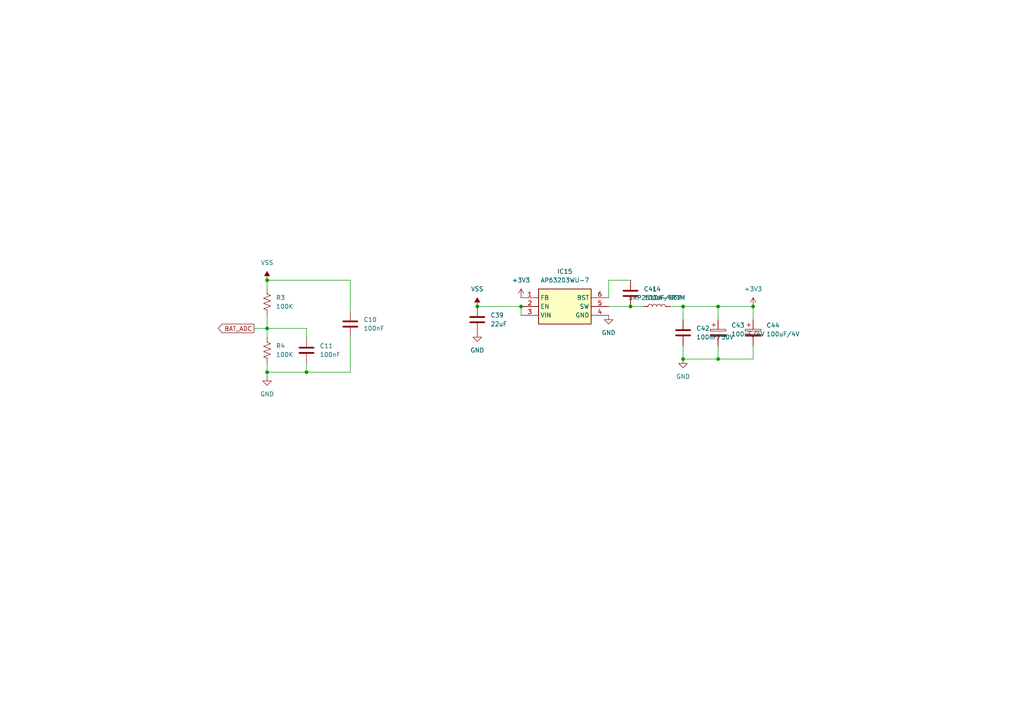
<source format=kicad_sch>
(kicad_sch
	(version 20231120)
	(generator "eeschema")
	(generator_version "8.0")
	(uuid "40f0ad0d-7214-4c8e-bf1b-a1fc8ab18cbe")
	(paper "A4")
	(lib_symbols
		(symbol "AP63203WU-7_1"
			(exclude_from_sim no)
			(in_bom yes)
			(on_board yes)
			(property "Reference" "IC"
				(at 21.59 7.62 0)
				(effects
					(font
						(size 1.27 1.27)
					)
					(justify left top)
				)
			)
			(property "Value" "AP63203WU-7"
				(at 21.59 5.08 0)
				(effects
					(font
						(size 1.27 1.27)
					)
					(justify left top)
				)
			)
			(property "Footprint" "AP63203WU7"
				(at 21.59 -94.92 0)
				(effects
					(font
						(size 1.27 1.27)
					)
					(justify left top)
					(hide yes)
				)
			)
			(property "Datasheet" "https://www.diodes.com/assets/Datasheets/AP63200-AP63201-AP63203-AP63205.pdf"
				(at 21.59 -194.92 0)
				(effects
					(font
						(size 1.27 1.27)
					)
					(justify left top)
					(hide yes)
				)
			)
			(property "Description" "Switching Voltage Regulators DCDC Conv HV Buck TSOT26 T&R 3K"
				(at 0 0 0)
				(effects
					(font
						(size 1.27 1.27)
					)
					(hide yes)
				)
			)
			(property "Height" "1"
				(at 21.59 -394.92 0)
				(effects
					(font
						(size 1.27 1.27)
					)
					(justify left top)
					(hide yes)
				)
			)
			(property "Manufacturer_Name" "Diodes Incorporated"
				(at 21.59 -494.92 0)
				(effects
					(font
						(size 1.27 1.27)
					)
					(justify left top)
					(hide yes)
				)
			)
			(property "Manufacturer_Part_Number" "AP63203WU-7"
				(at 21.59 -594.92 0)
				(effects
					(font
						(size 1.27 1.27)
					)
					(justify left top)
					(hide yes)
				)
			)
			(property "Mouser Part Number" "621-AP63203WU-7"
				(at 21.59 -694.92 0)
				(effects
					(font
						(size 1.27 1.27)
					)
					(justify left top)
					(hide yes)
				)
			)
			(property "Mouser Price/Stock" "https://www.mouser.co.uk/ProductDetail/Diodes-Incorporated/AP63203WU-7?qs=u16ybLDytRZ1JqxbuLkMJw%3D%3D"
				(at 21.59 -794.92 0)
				(effects
					(font
						(size 1.27 1.27)
					)
					(justify left top)
					(hide yes)
				)
			)
			(property "Arrow Part Number" "AP63203WU-7"
				(at 21.59 -894.92 0)
				(effects
					(font
						(size 1.27 1.27)
					)
					(justify left top)
					(hide yes)
				)
			)
			(property "Arrow Price/Stock" "https://www.arrow.com/en/products/ap63203wu-7/diodes-incorporated?region=europe"
				(at 21.59 -994.92 0)
				(effects
					(font
						(size 1.27 1.27)
					)
					(justify left top)
					(hide yes)
				)
			)
			(symbol "AP63203WU-7_1_1_1"
				(rectangle
					(start 5.08 2.54)
					(end 20.32 -7.62)
					(stroke
						(width 0.254)
						(type default)
					)
					(fill
						(type background)
					)
				)
				(pin passive line
					(at 0 0 0)
					(length 5.08)
					(name "FB"
						(effects
							(font
								(size 1.27 1.27)
							)
						)
					)
					(number "1"
						(effects
							(font
								(size 1.27 1.27)
							)
						)
					)
				)
				(pin passive line
					(at 0 -2.54 0)
					(length 5.08)
					(name "EN"
						(effects
							(font
								(size 1.27 1.27)
							)
						)
					)
					(number "2"
						(effects
							(font
								(size 1.27 1.27)
							)
						)
					)
				)
				(pin passive line
					(at 0 -5.08 0)
					(length 5.08)
					(name "VIN"
						(effects
							(font
								(size 1.27 1.27)
							)
						)
					)
					(number "3"
						(effects
							(font
								(size 1.27 1.27)
							)
						)
					)
				)
				(pin passive line
					(at 25.4 -5.08 180)
					(length 5.08)
					(name "GND"
						(effects
							(font
								(size 1.27 1.27)
							)
						)
					)
					(number "4"
						(effects
							(font
								(size 1.27 1.27)
							)
						)
					)
				)
				(pin passive line
					(at 25.4 -2.54 180)
					(length 5.08)
					(name "SW"
						(effects
							(font
								(size 1.27 1.27)
							)
						)
					)
					(number "5"
						(effects
							(font
								(size 1.27 1.27)
							)
						)
					)
				)
				(pin passive line
					(at 25.4 0 180)
					(length 5.08)
					(name "BST"
						(effects
							(font
								(size 1.27 1.27)
							)
						)
					)
					(number "6"
						(effects
							(font
								(size 1.27 1.27)
							)
						)
					)
				)
			)
		)
		(symbol "Device:C"
			(pin_numbers hide)
			(pin_names
				(offset 0.254)
			)
			(exclude_from_sim no)
			(in_bom yes)
			(on_board yes)
			(property "Reference" "C"
				(at 0.635 2.54 0)
				(effects
					(font
						(size 1.27 1.27)
					)
					(justify left)
				)
			)
			(property "Value" "C"
				(at 0.635 -2.54 0)
				(effects
					(font
						(size 1.27 1.27)
					)
					(justify left)
				)
			)
			(property "Footprint" ""
				(at 0.9652 -3.81 0)
				(effects
					(font
						(size 1.27 1.27)
					)
					(hide yes)
				)
			)
			(property "Datasheet" "~"
				(at 0 0 0)
				(effects
					(font
						(size 1.27 1.27)
					)
					(hide yes)
				)
			)
			(property "Description" "Unpolarized capacitor"
				(at 0 0 0)
				(effects
					(font
						(size 1.27 1.27)
					)
					(hide yes)
				)
			)
			(property "ki_keywords" "cap capacitor"
				(at 0 0 0)
				(effects
					(font
						(size 1.27 1.27)
					)
					(hide yes)
				)
			)
			(property "ki_fp_filters" "C_*"
				(at 0 0 0)
				(effects
					(font
						(size 1.27 1.27)
					)
					(hide yes)
				)
			)
			(symbol "C_0_1"
				(polyline
					(pts
						(xy -2.032 -0.762) (xy 2.032 -0.762)
					)
					(stroke
						(width 0.508)
						(type default)
					)
					(fill
						(type none)
					)
				)
				(polyline
					(pts
						(xy -2.032 0.762) (xy 2.032 0.762)
					)
					(stroke
						(width 0.508)
						(type default)
					)
					(fill
						(type none)
					)
				)
			)
			(symbol "C_1_1"
				(pin passive line
					(at 0 3.81 270)
					(length 2.794)
					(name "~"
						(effects
							(font
								(size 1.27 1.27)
							)
						)
					)
					(number "1"
						(effects
							(font
								(size 1.27 1.27)
							)
						)
					)
				)
				(pin passive line
					(at 0 -3.81 90)
					(length 2.794)
					(name "~"
						(effects
							(font
								(size 1.27 1.27)
							)
						)
					)
					(number "2"
						(effects
							(font
								(size 1.27 1.27)
							)
						)
					)
				)
			)
		)
		(symbol "Device:C_Polarized"
			(pin_numbers hide)
			(pin_names
				(offset 0.254)
			)
			(exclude_from_sim no)
			(in_bom yes)
			(on_board yes)
			(property "Reference" "C"
				(at 0.635 2.54 0)
				(effects
					(font
						(size 1.27 1.27)
					)
					(justify left)
				)
			)
			(property "Value" "C_Polarized"
				(at 0.635 -2.54 0)
				(effects
					(font
						(size 1.27 1.27)
					)
					(justify left)
				)
			)
			(property "Footprint" ""
				(at 0.9652 -3.81 0)
				(effects
					(font
						(size 1.27 1.27)
					)
					(hide yes)
				)
			)
			(property "Datasheet" "~"
				(at 0 0 0)
				(effects
					(font
						(size 1.27 1.27)
					)
					(hide yes)
				)
			)
			(property "Description" "Polarized capacitor"
				(at 0 0 0)
				(effects
					(font
						(size 1.27 1.27)
					)
					(hide yes)
				)
			)
			(property "ki_keywords" "cap capacitor"
				(at 0 0 0)
				(effects
					(font
						(size 1.27 1.27)
					)
					(hide yes)
				)
			)
			(property "ki_fp_filters" "CP_*"
				(at 0 0 0)
				(effects
					(font
						(size 1.27 1.27)
					)
					(hide yes)
				)
			)
			(symbol "C_Polarized_0_1"
				(rectangle
					(start -2.286 0.508)
					(end 2.286 1.016)
					(stroke
						(width 0)
						(type default)
					)
					(fill
						(type none)
					)
				)
				(polyline
					(pts
						(xy -1.778 2.286) (xy -0.762 2.286)
					)
					(stroke
						(width 0)
						(type default)
					)
					(fill
						(type none)
					)
				)
				(polyline
					(pts
						(xy -1.27 2.794) (xy -1.27 1.778)
					)
					(stroke
						(width 0)
						(type default)
					)
					(fill
						(type none)
					)
				)
				(rectangle
					(start 2.286 -0.508)
					(end -2.286 -1.016)
					(stroke
						(width 0)
						(type default)
					)
					(fill
						(type outline)
					)
				)
			)
			(symbol "C_Polarized_1_1"
				(pin passive line
					(at 0 3.81 270)
					(length 2.794)
					(name "~"
						(effects
							(font
								(size 1.27 1.27)
							)
						)
					)
					(number "1"
						(effects
							(font
								(size 1.27 1.27)
							)
						)
					)
				)
				(pin passive line
					(at 0 -3.81 90)
					(length 2.794)
					(name "~"
						(effects
							(font
								(size 1.27 1.27)
							)
						)
					)
					(number "2"
						(effects
							(font
								(size 1.27 1.27)
							)
						)
					)
				)
			)
		)
		(symbol "Device:L"
			(pin_numbers hide)
			(pin_names
				(offset 1.016) hide)
			(exclude_from_sim no)
			(in_bom yes)
			(on_board yes)
			(property "Reference" "L"
				(at -1.27 0 90)
				(effects
					(font
						(size 1.27 1.27)
					)
				)
			)
			(property "Value" "L"
				(at 1.905 0 90)
				(effects
					(font
						(size 1.27 1.27)
					)
				)
			)
			(property "Footprint" ""
				(at 0 0 0)
				(effects
					(font
						(size 1.27 1.27)
					)
					(hide yes)
				)
			)
			(property "Datasheet" "~"
				(at 0 0 0)
				(effects
					(font
						(size 1.27 1.27)
					)
					(hide yes)
				)
			)
			(property "Description" "Inductor"
				(at 0 0 0)
				(effects
					(font
						(size 1.27 1.27)
					)
					(hide yes)
				)
			)
			(property "ki_keywords" "inductor choke coil reactor magnetic"
				(at 0 0 0)
				(effects
					(font
						(size 1.27 1.27)
					)
					(hide yes)
				)
			)
			(property "ki_fp_filters" "Choke_* *Coil* Inductor_* L_*"
				(at 0 0 0)
				(effects
					(font
						(size 1.27 1.27)
					)
					(hide yes)
				)
			)
			(symbol "L_0_1"
				(arc
					(start 0 -2.54)
					(mid 0.6323 -1.905)
					(end 0 -1.27)
					(stroke
						(width 0)
						(type default)
					)
					(fill
						(type none)
					)
				)
				(arc
					(start 0 -1.27)
					(mid 0.6323 -0.635)
					(end 0 0)
					(stroke
						(width 0)
						(type default)
					)
					(fill
						(type none)
					)
				)
				(arc
					(start 0 0)
					(mid 0.6323 0.635)
					(end 0 1.27)
					(stroke
						(width 0)
						(type default)
					)
					(fill
						(type none)
					)
				)
				(arc
					(start 0 1.27)
					(mid 0.6323 1.905)
					(end 0 2.54)
					(stroke
						(width 0)
						(type default)
					)
					(fill
						(type none)
					)
				)
			)
			(symbol "L_1_1"
				(pin passive line
					(at 0 3.81 270)
					(length 1.27)
					(name "1"
						(effects
							(font
								(size 1.27 1.27)
							)
						)
					)
					(number "1"
						(effects
							(font
								(size 1.27 1.27)
							)
						)
					)
				)
				(pin passive line
					(at 0 -3.81 90)
					(length 1.27)
					(name "2"
						(effects
							(font
								(size 1.27 1.27)
							)
						)
					)
					(number "2"
						(effects
							(font
								(size 1.27 1.27)
							)
						)
					)
				)
			)
		)
		(symbol "Device:R_US"
			(pin_numbers hide)
			(pin_names
				(offset 0)
			)
			(exclude_from_sim no)
			(in_bom yes)
			(on_board yes)
			(property "Reference" "R"
				(at 2.54 0 90)
				(effects
					(font
						(size 1.27 1.27)
					)
				)
			)
			(property "Value" "R_US"
				(at -2.54 0 90)
				(effects
					(font
						(size 1.27 1.27)
					)
				)
			)
			(property "Footprint" ""
				(at 1.016 -0.254 90)
				(effects
					(font
						(size 1.27 1.27)
					)
					(hide yes)
				)
			)
			(property "Datasheet" "~"
				(at 0 0 0)
				(effects
					(font
						(size 1.27 1.27)
					)
					(hide yes)
				)
			)
			(property "Description" "Resistor, US symbol"
				(at 0 0 0)
				(effects
					(font
						(size 1.27 1.27)
					)
					(hide yes)
				)
			)
			(property "ki_keywords" "R res resistor"
				(at 0 0 0)
				(effects
					(font
						(size 1.27 1.27)
					)
					(hide yes)
				)
			)
			(property "ki_fp_filters" "R_*"
				(at 0 0 0)
				(effects
					(font
						(size 1.27 1.27)
					)
					(hide yes)
				)
			)
			(symbol "R_US_0_1"
				(polyline
					(pts
						(xy 0 -2.286) (xy 0 -2.54)
					)
					(stroke
						(width 0)
						(type default)
					)
					(fill
						(type none)
					)
				)
				(polyline
					(pts
						(xy 0 2.286) (xy 0 2.54)
					)
					(stroke
						(width 0)
						(type default)
					)
					(fill
						(type none)
					)
				)
				(polyline
					(pts
						(xy 0 -0.762) (xy 1.016 -1.143) (xy 0 -1.524) (xy -1.016 -1.905) (xy 0 -2.286)
					)
					(stroke
						(width 0)
						(type default)
					)
					(fill
						(type none)
					)
				)
				(polyline
					(pts
						(xy 0 0.762) (xy 1.016 0.381) (xy 0 0) (xy -1.016 -0.381) (xy 0 -0.762)
					)
					(stroke
						(width 0)
						(type default)
					)
					(fill
						(type none)
					)
				)
				(polyline
					(pts
						(xy 0 2.286) (xy 1.016 1.905) (xy 0 1.524) (xy -1.016 1.143) (xy 0 0.762)
					)
					(stroke
						(width 0)
						(type default)
					)
					(fill
						(type none)
					)
				)
			)
			(symbol "R_US_1_1"
				(pin passive line
					(at 0 3.81 270)
					(length 1.27)
					(name "~"
						(effects
							(font
								(size 1.27 1.27)
							)
						)
					)
					(number "1"
						(effects
							(font
								(size 1.27 1.27)
							)
						)
					)
				)
				(pin passive line
					(at 0 -3.81 90)
					(length 1.27)
					(name "~"
						(effects
							(font
								(size 1.27 1.27)
							)
						)
					)
					(number "2"
						(effects
							(font
								(size 1.27 1.27)
							)
						)
					)
				)
			)
		)
		(symbol "power:+3V3"
			(power)
			(pin_numbers hide)
			(pin_names
				(offset 0) hide)
			(exclude_from_sim no)
			(in_bom yes)
			(on_board yes)
			(property "Reference" "#PWR"
				(at 0 -3.81 0)
				(effects
					(font
						(size 1.27 1.27)
					)
					(hide yes)
				)
			)
			(property "Value" "+3V3"
				(at 0 3.556 0)
				(effects
					(font
						(size 1.27 1.27)
					)
				)
			)
			(property "Footprint" ""
				(at 0 0 0)
				(effects
					(font
						(size 1.27 1.27)
					)
					(hide yes)
				)
			)
			(property "Datasheet" ""
				(at 0 0 0)
				(effects
					(font
						(size 1.27 1.27)
					)
					(hide yes)
				)
			)
			(property "Description" "Power symbol creates a global label with name \"+3V3\""
				(at 0 0 0)
				(effects
					(font
						(size 1.27 1.27)
					)
					(hide yes)
				)
			)
			(property "ki_keywords" "global power"
				(at 0 0 0)
				(effects
					(font
						(size 1.27 1.27)
					)
					(hide yes)
				)
			)
			(symbol "+3V3_0_1"
				(polyline
					(pts
						(xy -0.762 1.27) (xy 0 2.54)
					)
					(stroke
						(width 0)
						(type default)
					)
					(fill
						(type none)
					)
				)
				(polyline
					(pts
						(xy 0 0) (xy 0 2.54)
					)
					(stroke
						(width 0)
						(type default)
					)
					(fill
						(type none)
					)
				)
				(polyline
					(pts
						(xy 0 2.54) (xy 0.762 1.27)
					)
					(stroke
						(width 0)
						(type default)
					)
					(fill
						(type none)
					)
				)
			)
			(symbol "+3V3_1_1"
				(pin power_in line
					(at 0 0 90)
					(length 0)
					(name "~"
						(effects
							(font
								(size 1.27 1.27)
							)
						)
					)
					(number "1"
						(effects
							(font
								(size 1.27 1.27)
							)
						)
					)
				)
			)
		)
		(symbol "power:GND"
			(power)
			(pin_numbers hide)
			(pin_names
				(offset 0) hide)
			(exclude_from_sim no)
			(in_bom yes)
			(on_board yes)
			(property "Reference" "#PWR"
				(at 0 -6.35 0)
				(effects
					(font
						(size 1.27 1.27)
					)
					(hide yes)
				)
			)
			(property "Value" "GND"
				(at 0 -3.81 0)
				(effects
					(font
						(size 1.27 1.27)
					)
				)
			)
			(property "Footprint" ""
				(at 0 0 0)
				(effects
					(font
						(size 1.27 1.27)
					)
					(hide yes)
				)
			)
			(property "Datasheet" ""
				(at 0 0 0)
				(effects
					(font
						(size 1.27 1.27)
					)
					(hide yes)
				)
			)
			(property "Description" "Power symbol creates a global label with name \"GND\" , ground"
				(at 0 0 0)
				(effects
					(font
						(size 1.27 1.27)
					)
					(hide yes)
				)
			)
			(property "ki_keywords" "global power"
				(at 0 0 0)
				(effects
					(font
						(size 1.27 1.27)
					)
					(hide yes)
				)
			)
			(symbol "GND_0_1"
				(polyline
					(pts
						(xy 0 0) (xy 0 -1.27) (xy 1.27 -1.27) (xy 0 -2.54) (xy -1.27 -1.27) (xy 0 -1.27)
					)
					(stroke
						(width 0)
						(type default)
					)
					(fill
						(type none)
					)
				)
			)
			(symbol "GND_1_1"
				(pin power_in line
					(at 0 0 270)
					(length 0)
					(name "~"
						(effects
							(font
								(size 1.27 1.27)
							)
						)
					)
					(number "1"
						(effects
							(font
								(size 1.27 1.27)
							)
						)
					)
				)
			)
		)
		(symbol "power:VSS"
			(power)
			(pin_numbers hide)
			(pin_names
				(offset 0) hide)
			(exclude_from_sim no)
			(in_bom yes)
			(on_board yes)
			(property "Reference" "#PWR"
				(at 0 -3.81 0)
				(effects
					(font
						(size 1.27 1.27)
					)
					(hide yes)
				)
			)
			(property "Value" "VSS"
				(at 0 3.556 0)
				(effects
					(font
						(size 1.27 1.27)
					)
				)
			)
			(property "Footprint" ""
				(at 0 0 0)
				(effects
					(font
						(size 1.27 1.27)
					)
					(hide yes)
				)
			)
			(property "Datasheet" ""
				(at 0 0 0)
				(effects
					(font
						(size 1.27 1.27)
					)
					(hide yes)
				)
			)
			(property "Description" "Power symbol creates a global label with name \"VSS\""
				(at 0 0 0)
				(effects
					(font
						(size 1.27 1.27)
					)
					(hide yes)
				)
			)
			(property "ki_keywords" "global power"
				(at 0 0 0)
				(effects
					(font
						(size 1.27 1.27)
					)
					(hide yes)
				)
			)
			(symbol "VSS_0_1"
				(polyline
					(pts
						(xy 0 0) (xy 0 2.54)
					)
					(stroke
						(width 0)
						(type default)
					)
					(fill
						(type none)
					)
				)
				(polyline
					(pts
						(xy 0.762 1.27) (xy -0.762 1.27) (xy 0 2.54) (xy 0.762 1.27)
					)
					(stroke
						(width 0)
						(type default)
					)
					(fill
						(type outline)
					)
				)
			)
			(symbol "VSS_1_1"
				(pin power_in line
					(at 0 0 90)
					(length 0)
					(name "~"
						(effects
							(font
								(size 1.27 1.27)
							)
						)
					)
					(number "1"
						(effects
							(font
								(size 1.27 1.27)
							)
						)
					)
				)
			)
		)
	)
	(junction
		(at 182.88 88.9)
		(diameter 0)
		(color 0 0 0 0)
		(uuid "0a1deef0-b678-45ba-a469-69a502e91b46")
	)
	(junction
		(at 208.28 104.14)
		(diameter 0)
		(color 0 0 0 0)
		(uuid "0ca48f50-3b56-40e9-8770-38afa8ac16c0")
	)
	(junction
		(at 198.12 104.14)
		(diameter 0)
		(color 0 0 0 0)
		(uuid "2292ba47-1ced-4133-90f6-4c8e26d88f72")
	)
	(junction
		(at 88.9 107.95)
		(diameter 0)
		(color 0 0 0 0)
		(uuid "34c29934-ca73-445f-9fd1-ead1737850af")
	)
	(junction
		(at 77.47 95.25)
		(diameter 0)
		(color 0 0 0 0)
		(uuid "3fb09b78-756a-4a85-8abf-4926852ea169")
	)
	(junction
		(at 218.44 88.9)
		(diameter 0)
		(color 0 0 0 0)
		(uuid "79c125a8-c876-49aa-9360-4b9a5856131c")
	)
	(junction
		(at 138.43 88.9)
		(diameter 0)
		(color 0 0 0 0)
		(uuid "7f69cf04-03a4-4b7d-8ed5-98f14a55a0b1")
	)
	(junction
		(at 77.47 81.28)
		(diameter 0)
		(color 0 0 0 0)
		(uuid "8a167491-074a-4779-b40e-f18eac7349df")
	)
	(junction
		(at 77.47 107.95)
		(diameter 0)
		(color 0 0 0 0)
		(uuid "c9345b08-586d-416c-aece-45c9147abeee")
	)
	(junction
		(at 208.28 88.9)
		(diameter 0)
		(color 0 0 0 0)
		(uuid "efdd3cd2-b5a4-4f49-9fb2-8840100d3ffb")
	)
	(junction
		(at 151.13 88.9)
		(diameter 0)
		(color 0 0 0 0)
		(uuid "f660aae7-ba32-4175-9081-0f1b5768c1f0")
	)
	(junction
		(at 198.12 88.9)
		(diameter 0)
		(color 0 0 0 0)
		(uuid "fe24b925-0414-41fe-8068-be9a99d4d890")
	)
	(wire
		(pts
			(xy 77.47 105.41) (xy 77.47 107.95)
		)
		(stroke
			(width 0)
			(type default)
		)
		(uuid "087a4c17-df4c-4420-a92b-632e9b18ec62")
	)
	(wire
		(pts
			(xy 208.28 100.33) (xy 208.28 104.14)
		)
		(stroke
			(width 0)
			(type default)
		)
		(uuid "0fe17dad-e217-434d-bb91-d3fee9591929")
	)
	(wire
		(pts
			(xy 176.53 81.28) (xy 182.88 81.28)
		)
		(stroke
			(width 0)
			(type default)
		)
		(uuid "23b313e9-7425-45c2-9326-8543e3eba77f")
	)
	(wire
		(pts
			(xy 194.31 88.9) (xy 198.12 88.9)
		)
		(stroke
			(width 0)
			(type default)
		)
		(uuid "4142f282-7b04-4dfb-af30-cf87f53e4dad")
	)
	(wire
		(pts
			(xy 77.47 107.95) (xy 77.47 109.22)
		)
		(stroke
			(width 0)
			(type default)
		)
		(uuid "4678b0ec-8ffa-402c-87b6-d3bdbb4bac30")
	)
	(wire
		(pts
			(xy 182.88 88.9) (xy 186.69 88.9)
		)
		(stroke
			(width 0)
			(type default)
		)
		(uuid "4c7d18c9-d029-4d56-b126-b22db2a27122")
	)
	(wire
		(pts
			(xy 198.12 104.14) (xy 208.28 104.14)
		)
		(stroke
			(width 0)
			(type default)
		)
		(uuid "50cdde22-3ae6-4c3b-80ff-f14793f495be")
	)
	(wire
		(pts
			(xy 88.9 105.41) (xy 88.9 107.95)
		)
		(stroke
			(width 0)
			(type default)
		)
		(uuid "582c4512-e739-4a16-87fd-20ca36628b27")
	)
	(wire
		(pts
			(xy 176.53 88.9) (xy 182.88 88.9)
		)
		(stroke
			(width 0)
			(type default)
		)
		(uuid "5e7aee2d-df63-4fce-bca7-8209d8457eda")
	)
	(wire
		(pts
			(xy 198.12 92.71) (xy 198.12 88.9)
		)
		(stroke
			(width 0)
			(type default)
		)
		(uuid "681c045b-2b5f-495f-bc73-880d2090273d")
	)
	(wire
		(pts
			(xy 198.12 88.9) (xy 208.28 88.9)
		)
		(stroke
			(width 0)
			(type default)
		)
		(uuid "68f40d23-fd63-403b-bade-1a6ec26146fb")
	)
	(wire
		(pts
			(xy 218.44 100.33) (xy 218.44 104.14)
		)
		(stroke
			(width 0)
			(type default)
		)
		(uuid "6c37d45f-2aca-48fd-b081-384bedf38b44")
	)
	(wire
		(pts
			(xy 208.28 88.9) (xy 218.44 88.9)
		)
		(stroke
			(width 0)
			(type default)
		)
		(uuid "6ce412d2-4e98-4f86-8439-b2c712e6bb10")
	)
	(wire
		(pts
			(xy 77.47 95.25) (xy 88.9 95.25)
		)
		(stroke
			(width 0)
			(type default)
		)
		(uuid "75ab91aa-5086-4261-ac75-44f4eab15ecd")
	)
	(wire
		(pts
			(xy 73.66 95.25) (xy 77.47 95.25)
		)
		(stroke
			(width 0)
			(type default)
		)
		(uuid "77197ab3-44c5-4598-81e6-42b737d82ee9")
	)
	(wire
		(pts
			(xy 208.28 88.9) (xy 208.28 92.71)
		)
		(stroke
			(width 0)
			(type default)
		)
		(uuid "7728ff87-a04a-415f-b666-3de9ad391966")
	)
	(wire
		(pts
			(xy 77.47 81.28) (xy 77.47 83.82)
		)
		(stroke
			(width 0)
			(type default)
		)
		(uuid "777fe6a6-d8d9-4d9e-9810-a97723192256")
	)
	(wire
		(pts
			(xy 77.47 91.44) (xy 77.47 95.25)
		)
		(stroke
			(width 0)
			(type default)
		)
		(uuid "7c9304e1-6efc-46eb-abd5-6e3f32613e45")
	)
	(wire
		(pts
			(xy 138.43 88.9) (xy 151.13 88.9)
		)
		(stroke
			(width 0)
			(type default)
		)
		(uuid "954b4a0d-540e-40fc-887b-dd7a72a70fcd")
	)
	(wire
		(pts
			(xy 88.9 95.25) (xy 88.9 97.79)
		)
		(stroke
			(width 0)
			(type default)
		)
		(uuid "96be5572-4a20-4f7a-a2f2-9d51922f189b")
	)
	(wire
		(pts
			(xy 218.44 88.9) (xy 218.44 92.71)
		)
		(stroke
			(width 0)
			(type default)
		)
		(uuid "a6eae3d9-7817-4149-befa-794f76613341")
	)
	(wire
		(pts
			(xy 77.47 81.28) (xy 101.6 81.28)
		)
		(stroke
			(width 0)
			(type default)
		)
		(uuid "b97360fc-347a-4a73-baee-dbb9a6c739b1")
	)
	(wire
		(pts
			(xy 198.12 100.33) (xy 198.12 104.14)
		)
		(stroke
			(width 0)
			(type default)
		)
		(uuid "bcdb793d-082d-4df2-8d50-488cd8bb936c")
	)
	(wire
		(pts
			(xy 101.6 81.28) (xy 101.6 90.17)
		)
		(stroke
			(width 0)
			(type default)
		)
		(uuid "c65fc002-fcfe-4595-9580-3d13d710bc97")
	)
	(wire
		(pts
			(xy 101.6 97.79) (xy 101.6 107.95)
		)
		(stroke
			(width 0)
			(type default)
		)
		(uuid "c940d951-3206-4480-92f8-bf22f21da114")
	)
	(wire
		(pts
			(xy 176.53 86.36) (xy 176.53 81.28)
		)
		(stroke
			(width 0)
			(type default)
		)
		(uuid "ccc985a2-22b2-4e61-8b20-af8d23af1ca8")
	)
	(wire
		(pts
			(xy 88.9 107.95) (xy 77.47 107.95)
		)
		(stroke
			(width 0)
			(type default)
		)
		(uuid "da4a884b-41a8-453e-accc-20d32a420058")
	)
	(wire
		(pts
			(xy 151.13 88.9) (xy 151.13 91.44)
		)
		(stroke
			(width 0)
			(type default)
		)
		(uuid "e268e75b-e9af-4fe8-a49f-a0f67c145506")
	)
	(wire
		(pts
			(xy 208.28 104.14) (xy 218.44 104.14)
		)
		(stroke
			(width 0)
			(type default)
		)
		(uuid "e5dafd30-6ed5-41d9-837b-76078aec18dc")
	)
	(wire
		(pts
			(xy 101.6 107.95) (xy 88.9 107.95)
		)
		(stroke
			(width 0)
			(type default)
		)
		(uuid "f088769d-224f-437d-a4a5-7ae7c824d8d9")
	)
	(wire
		(pts
			(xy 77.47 95.25) (xy 77.47 97.79)
		)
		(stroke
			(width 0)
			(type default)
		)
		(uuid "ffb497d7-4329-4732-880d-8f1008d520d2")
	)
	(global_label "BAT_ADC"
		(shape output)
		(at 73.66 95.25 180)
		(fields_autoplaced yes)
		(effects
			(font
				(size 1.27 1.27)
			)
			(justify right)
		)
		(uuid "5bbf59da-f09c-42eb-bc0a-8d83a8f1bb9b")
		(property "Intersheetrefs" "${INTERSHEET_REFS}"
			(at 62.7524 95.25 0)
			(effects
				(font
					(size 1.27 1.27)
				)
				(justify right)
				(hide yes)
			)
		)
	)
	(symbol
		(lib_id "power:VSS")
		(at 77.47 81.28 0)
		(unit 1)
		(exclude_from_sim no)
		(in_bom yes)
		(on_board yes)
		(dnp no)
		(fields_autoplaced yes)
		(uuid "4bd0c185-359d-42ad-96a9-e15e1fcd72be")
		(property "Reference" "#PWR071"
			(at 77.47 85.09 0)
			(effects
				(font
					(size 1.27 1.27)
				)
				(hide yes)
			)
		)
		(property "Value" "VSS"
			(at 77.47 76.2 0)
			(effects
				(font
					(size 1.27 1.27)
				)
			)
		)
		(property "Footprint" ""
			(at 77.47 81.28 0)
			(effects
				(font
					(size 1.27 1.27)
				)
				(hide yes)
			)
		)
		(property "Datasheet" ""
			(at 77.47 81.28 0)
			(effects
				(font
					(size 1.27 1.27)
				)
				(hide yes)
			)
		)
		(property "Description" "Power symbol creates a global label with name \"VSS\""
			(at 77.47 81.28 0)
			(effects
				(font
					(size 1.27 1.27)
				)
				(hide yes)
			)
		)
		(pin "1"
			(uuid "30cbfcfa-f854-46f9-8669-3069d9d28043")
		)
		(instances
			(project ""
				(path "/e4d3289e-0ccf-4dc8-988c-0c08b099df28/90022c22-cab1-4e74-8ecd-636411911725"
					(reference "#PWR071")
					(unit 1)
				)
			)
		)
	)
	(symbol
		(lib_id "Device:C")
		(at 138.43 92.71 0)
		(unit 1)
		(exclude_from_sim no)
		(in_bom yes)
		(on_board yes)
		(dnp no)
		(fields_autoplaced yes)
		(uuid "5e0b4f77-0350-4799-9747-beffe0278943")
		(property "Reference" "C39"
			(at 142.24 91.4399 0)
			(effects
				(font
					(size 1.27 1.27)
				)
				(justify left)
			)
		)
		(property "Value" "22uF"
			(at 142.24 93.9799 0)
			(effects
				(font
					(size 1.27 1.27)
				)
				(justify left)
			)
		)
		(property "Footprint" "Capacitor_SMD:C_0603_1608Metric"
			(at 139.3952 96.52 0)
			(effects
				(font
					(size 1.27 1.27)
				)
				(hide yes)
			)
		)
		(property "Datasheet" "~"
			(at 138.43 92.71 0)
			(effects
				(font
					(size 1.27 1.27)
				)
				(hide yes)
			)
		)
		(property "Description" "Unpolarized capacitor"
			(at 138.43 92.71 0)
			(effects
				(font
					(size 1.27 1.27)
				)
				(hide yes)
			)
		)
		(pin "1"
			(uuid "42b6859c-bb0a-4207-a3fd-1a8f25641a95")
		)
		(pin "2"
			(uuid "0d49ce70-5f0f-414e-9bf7-e6e15bfa6cd7")
		)
		(instances
			(project "sdr"
				(path "/e4d3289e-0ccf-4dc8-988c-0c08b099df28/90022c22-cab1-4e74-8ecd-636411911725"
					(reference "C39")
					(unit 1)
				)
			)
		)
	)
	(symbol
		(lib_id "power:GND")
		(at 176.53 91.44 0)
		(unit 1)
		(exclude_from_sim no)
		(in_bom yes)
		(on_board yes)
		(dnp no)
		(fields_autoplaced yes)
		(uuid "605f8d5d-663b-4f6e-ac96-77d1c95540f4")
		(property "Reference" "#PWR0180"
			(at 176.53 97.79 0)
			(effects
				(font
					(size 1.27 1.27)
				)
				(hide yes)
			)
		)
		(property "Value" "GND"
			(at 176.53 96.52 0)
			(effects
				(font
					(size 1.27 1.27)
				)
			)
		)
		(property "Footprint" ""
			(at 176.53 91.44 0)
			(effects
				(font
					(size 1.27 1.27)
				)
				(hide yes)
			)
		)
		(property "Datasheet" ""
			(at 176.53 91.44 0)
			(effects
				(font
					(size 1.27 1.27)
				)
				(hide yes)
			)
		)
		(property "Description" "Power symbol creates a global label with name \"GND\" , ground"
			(at 176.53 91.44 0)
			(effects
				(font
					(size 1.27 1.27)
				)
				(hide yes)
			)
		)
		(pin "1"
			(uuid "3fc8f90a-22a3-4039-a856-0bb2000ee8e1")
		)
		(instances
			(project "sdr"
				(path "/e4d3289e-0ccf-4dc8-988c-0c08b099df28/90022c22-cab1-4e74-8ecd-636411911725"
					(reference "#PWR0180")
					(unit 1)
				)
			)
		)
	)
	(symbol
		(lib_id "Device:L")
		(at 190.5 88.9 90)
		(unit 1)
		(exclude_from_sim no)
		(in_bom yes)
		(on_board yes)
		(dnp no)
		(fields_autoplaced yes)
		(uuid "646508ab-8956-4ac6-9520-2ed0e642d516")
		(property "Reference" "L4"
			(at 190.5 83.82 90)
			(effects
				(font
					(size 1.27 1.27)
				)
			)
		)
		(property "Value" "SRP2510A-4R7M"
			(at 190.5 86.36 90)
			(effects
				(font
					(size 1.27 1.27)
				)
			)
		)
		(property "Footprint" "Inductor_SMD:L_1008_2520Metric"
			(at 190.5 88.9 0)
			(effects
				(font
					(size 1.27 1.27)
				)
				(hide yes)
			)
		)
		(property "Datasheet" "~"
			(at 190.5 88.9 0)
			(effects
				(font
					(size 1.27 1.27)
				)
				(hide yes)
			)
		)
		(property "Description" "Inductor"
			(at 190.5 88.9 0)
			(effects
				(font
					(size 1.27 1.27)
				)
				(hide yes)
			)
		)
		(pin "2"
			(uuid "69e006c4-1b2e-4e0a-843c-f58ae6408f71")
		)
		(pin "1"
			(uuid "f6bf1329-e7e4-4743-a227-91e67b4a3524")
		)
		(instances
			(project "sdr"
				(path "/e4d3289e-0ccf-4dc8-988c-0c08b099df28/90022c22-cab1-4e74-8ecd-636411911725"
					(reference "L4")
					(unit 1)
				)
			)
		)
	)
	(symbol
		(lib_id "power:GND")
		(at 198.12 104.14 0)
		(unit 1)
		(exclude_from_sim no)
		(in_bom yes)
		(on_board yes)
		(dnp no)
		(fields_autoplaced yes)
		(uuid "81c2f9b0-4b0c-4b74-abbb-16d6473a0e2d")
		(property "Reference" "#PWR0178"
			(at 198.12 110.49 0)
			(effects
				(font
					(size 1.27 1.27)
				)
				(hide yes)
			)
		)
		(property "Value" "GND"
			(at 198.12 109.22 0)
			(effects
				(font
					(size 1.27 1.27)
				)
			)
		)
		(property "Footprint" ""
			(at 198.12 104.14 0)
			(effects
				(font
					(size 1.27 1.27)
				)
				(hide yes)
			)
		)
		(property "Datasheet" ""
			(at 198.12 104.14 0)
			(effects
				(font
					(size 1.27 1.27)
				)
				(hide yes)
			)
		)
		(property "Description" "Power symbol creates a global label with name \"GND\" , ground"
			(at 198.12 104.14 0)
			(effects
				(font
					(size 1.27 1.27)
				)
				(hide yes)
			)
		)
		(pin "1"
			(uuid "b566843b-167e-4aea-ab07-c78c4566dec6")
		)
		(instances
			(project "sdr"
				(path "/e4d3289e-0ccf-4dc8-988c-0c08b099df28/90022c22-cab1-4e74-8ecd-636411911725"
					(reference "#PWR0178")
					(unit 1)
				)
			)
		)
	)
	(symbol
		(lib_id "power:VSS")
		(at 138.43 88.9 0)
		(unit 1)
		(exclude_from_sim no)
		(in_bom yes)
		(on_board yes)
		(dnp no)
		(fields_autoplaced yes)
		(uuid "88294107-4827-4ead-b9f5-0d9cb9f43bd2")
		(property "Reference" "#PWR0174"
			(at 138.43 92.71 0)
			(effects
				(font
					(size 1.27 1.27)
				)
				(hide yes)
			)
		)
		(property "Value" "VSS"
			(at 138.43 83.82 0)
			(effects
				(font
					(size 1.27 1.27)
				)
			)
		)
		(property "Footprint" ""
			(at 138.43 88.9 0)
			(effects
				(font
					(size 1.27 1.27)
				)
				(hide yes)
			)
		)
		(property "Datasheet" ""
			(at 138.43 88.9 0)
			(effects
				(font
					(size 1.27 1.27)
				)
				(hide yes)
			)
		)
		(property "Description" "Power symbol creates a global label with name \"VSS\""
			(at 138.43 88.9 0)
			(effects
				(font
					(size 1.27 1.27)
				)
				(hide yes)
			)
		)
		(pin "1"
			(uuid "a96a2489-c073-423b-9ca4-32c486f0fb81")
		)
		(instances
			(project "sdr"
				(path "/e4d3289e-0ccf-4dc8-988c-0c08b099df28/90022c22-cab1-4e74-8ecd-636411911725"
					(reference "#PWR0174")
					(unit 1)
				)
			)
		)
	)
	(symbol
		(lib_id "power:GND")
		(at 138.43 96.52 0)
		(unit 1)
		(exclude_from_sim no)
		(in_bom yes)
		(on_board yes)
		(dnp no)
		(fields_autoplaced yes)
		(uuid "884f1bb3-ffe3-460d-aeb8-645f0b4cd15f")
		(property "Reference" "#PWR0176"
			(at 138.43 102.87 0)
			(effects
				(font
					(size 1.27 1.27)
				)
				(hide yes)
			)
		)
		(property "Value" "GND"
			(at 138.43 101.6 0)
			(effects
				(font
					(size 1.27 1.27)
				)
			)
		)
		(property "Footprint" ""
			(at 138.43 96.52 0)
			(effects
				(font
					(size 1.27 1.27)
				)
				(hide yes)
			)
		)
		(property "Datasheet" ""
			(at 138.43 96.52 0)
			(effects
				(font
					(size 1.27 1.27)
				)
				(hide yes)
			)
		)
		(property "Description" "Power symbol creates a global label with name \"GND\" , ground"
			(at 138.43 96.52 0)
			(effects
				(font
					(size 1.27 1.27)
				)
				(hide yes)
			)
		)
		(pin "1"
			(uuid "cd00389b-5446-4973-8a32-5bbb95fadb72")
		)
		(instances
			(project "sdr"
				(path "/e4d3289e-0ccf-4dc8-988c-0c08b099df28/90022c22-cab1-4e74-8ecd-636411911725"
					(reference "#PWR0176")
					(unit 1)
				)
			)
		)
	)
	(symbol
		(lib_id "Device:R_US")
		(at 77.47 101.6 0)
		(unit 1)
		(exclude_from_sim no)
		(in_bom yes)
		(on_board yes)
		(dnp no)
		(fields_autoplaced yes)
		(uuid "a12078eb-5d88-454a-91e2-6d285c52c8f5")
		(property "Reference" "R4"
			(at 80.01 100.3299 0)
			(effects
				(font
					(size 1.27 1.27)
				)
				(justify left)
			)
		)
		(property "Value" "100K"
			(at 80.01 102.8699 0)
			(effects
				(font
					(size 1.27 1.27)
				)
				(justify left)
			)
		)
		(property "Footprint" "Resistor_SMD:R_0603_1608Metric"
			(at 78.486 101.854 90)
			(effects
				(font
					(size 1.27 1.27)
				)
				(hide yes)
			)
		)
		(property "Datasheet" "~"
			(at 77.47 101.6 0)
			(effects
				(font
					(size 1.27 1.27)
				)
				(hide yes)
			)
		)
		(property "Description" "Resistor, US symbol"
			(at 77.47 101.6 0)
			(effects
				(font
					(size 1.27 1.27)
				)
				(hide yes)
			)
		)
		(pin "1"
			(uuid "2e9ec7a9-3964-4cbb-83f3-c0f62657189c")
		)
		(pin "2"
			(uuid "2198e13a-29cc-4ed2-9e40-88b24b4f5c7e")
		)
		(instances
			(project "sdr"
				(path "/e4d3289e-0ccf-4dc8-988c-0c08b099df28/90022c22-cab1-4e74-8ecd-636411911725"
					(reference "R4")
					(unit 1)
				)
			)
		)
	)
	(symbol
		(lib_id "power:+3V3")
		(at 151.13 86.36 0)
		(unit 1)
		(exclude_from_sim no)
		(in_bom yes)
		(on_board yes)
		(dnp no)
		(fields_autoplaced yes)
		(uuid "a71bb0ef-48c3-4f2c-a551-67670ad54b20")
		(property "Reference" "#PWR073"
			(at 151.13 90.17 0)
			(effects
				(font
					(size 1.27 1.27)
				)
				(hide yes)
			)
		)
		(property "Value" "+3V3"
			(at 151.13 81.28 0)
			(effects
				(font
					(size 1.27 1.27)
				)
			)
		)
		(property "Footprint" ""
			(at 151.13 86.36 0)
			(effects
				(font
					(size 1.27 1.27)
				)
				(hide yes)
			)
		)
		(property "Datasheet" ""
			(at 151.13 86.36 0)
			(effects
				(font
					(size 1.27 1.27)
				)
				(hide yes)
			)
		)
		(property "Description" "Power symbol creates a global label with name \"+3V3\""
			(at 151.13 86.36 0)
			(effects
				(font
					(size 1.27 1.27)
				)
				(hide yes)
			)
		)
		(pin "1"
			(uuid "d8e58e65-9fa5-4c38-84c7-91ee5f46b185")
		)
		(instances
			(project "sdr"
				(path "/e4d3289e-0ccf-4dc8-988c-0c08b099df28/90022c22-cab1-4e74-8ecd-636411911725"
					(reference "#PWR073")
					(unit 1)
				)
			)
		)
	)
	(symbol
		(lib_name "AP63203WU-7_1")
		(lib_id "AP63203WU-7:AP63203WU-7")
		(at 151.13 86.36 0)
		(unit 1)
		(exclude_from_sim no)
		(in_bom yes)
		(on_board yes)
		(dnp no)
		(fields_autoplaced yes)
		(uuid "ac8f20c8-fcc1-4580-84d0-2f29ceb81ecb")
		(property "Reference" "IC15"
			(at 163.83 78.74 0)
			(effects
				(font
					(size 1.27 1.27)
				)
			)
		)
		(property "Value" "AP63203WU-7"
			(at 163.83 81.28 0)
			(effects
				(font
					(size 1.27 1.27)
				)
			)
		)
		(property "Footprint" "AP63203WU7"
			(at 172.72 181.28 0)
			(effects
				(font
					(size 1.27 1.27)
				)
				(justify left top)
				(hide yes)
			)
		)
		(property "Datasheet" "https://www.diodes.com/assets/Datasheets/AP63200-AP63201-AP63203-AP63205.pdf"
			(at 172.72 281.28 0)
			(effects
				(font
					(size 1.27 1.27)
				)
				(justify left top)
				(hide yes)
			)
		)
		(property "Description" "Switching Voltage Regulators DCDC Conv HV Buck TSOT26 T&R 3K"
			(at 151.13 86.36 0)
			(effects
				(font
					(size 1.27 1.27)
				)
				(hide yes)
			)
		)
		(property "Height" "1"
			(at 172.72 481.28 0)
			(effects
				(font
					(size 1.27 1.27)
				)
				(justify left top)
				(hide yes)
			)
		)
		(property "Manufacturer_Name" "Diodes Incorporated"
			(at 172.72 581.28 0)
			(effects
				(font
					(size 1.27 1.27)
				)
				(justify left top)
				(hide yes)
			)
		)
		(property "Manufacturer_Part_Number" "AP63203WU-7"
			(at 172.72 681.28 0)
			(effects
				(font
					(size 1.27 1.27)
				)
				(justify left top)
				(hide yes)
			)
		)
		(property "Mouser Part Number" "621-AP63203WU-7"
			(at 172.72 781.28 0)
			(effects
				(font
					(size 1.27 1.27)
				)
				(justify left top)
				(hide yes)
			)
		)
		(property "Mouser Price/Stock" "https://www.mouser.co.uk/ProductDetail/Diodes-Incorporated/AP63203WU-7?qs=u16ybLDytRZ1JqxbuLkMJw%3D%3D"
			(at 172.72 881.28 0)
			(effects
				(font
					(size 1.27 1.27)
				)
				(justify left top)
				(hide yes)
			)
		)
		(property "Arrow Part Number" "AP63203WU-7"
			(at 172.72 981.28 0)
			(effects
				(font
					(size 1.27 1.27)
				)
				(justify left top)
				(hide yes)
			)
		)
		(property "Arrow Price/Stock" "https://www.arrow.com/en/products/ap63203wu-7/diodes-incorporated?region=europe"
			(at 172.72 1081.28 0)
			(effects
				(font
					(size 1.27 1.27)
				)
				(justify left top)
				(hide yes)
			)
		)
		(pin "4"
			(uuid "14dd63ce-5508-471a-9a76-1a59b5dae238")
		)
		(pin "1"
			(uuid "315ab1e5-d691-4d36-9a72-d2cd7e6d5701")
		)
		(pin "3"
			(uuid "16849f16-b4c1-4f35-a5be-51b039085b8d")
		)
		(pin "6"
			(uuid "59b1387b-0549-4983-8acc-86b66a6a87db")
		)
		(pin "2"
			(uuid "ff1eb7a5-2521-470e-9ca5-733165b4a46d")
		)
		(pin "5"
			(uuid "d2247da8-22f1-41a1-9b58-76ef7e9ca2b2")
		)
		(instances
			(project ""
				(path "/e4d3289e-0ccf-4dc8-988c-0c08b099df28/90022c22-cab1-4e74-8ecd-636411911725"
					(reference "IC15")
					(unit 1)
				)
			)
		)
	)
	(symbol
		(lib_id "Device:C")
		(at 88.9 101.6 0)
		(unit 1)
		(exclude_from_sim no)
		(in_bom yes)
		(on_board yes)
		(dnp no)
		(fields_autoplaced yes)
		(uuid "b38d7168-bab3-4684-a6df-f60d66226bb7")
		(property "Reference" "C11"
			(at 92.71 100.3299 0)
			(effects
				(font
					(size 1.27 1.27)
				)
				(justify left)
			)
		)
		(property "Value" "100nF"
			(at 92.71 102.8699 0)
			(effects
				(font
					(size 1.27 1.27)
				)
				(justify left)
			)
		)
		(property "Footprint" "Capacitor_SMD:C_0603_1608Metric"
			(at 89.8652 105.41 0)
			(effects
				(font
					(size 1.27 1.27)
				)
				(hide yes)
			)
		)
		(property "Datasheet" "~"
			(at 88.9 101.6 0)
			(effects
				(font
					(size 1.27 1.27)
				)
				(hide yes)
			)
		)
		(property "Description" "Unpolarized capacitor"
			(at 88.9 101.6 0)
			(effects
				(font
					(size 1.27 1.27)
				)
				(hide yes)
			)
		)
		(pin "2"
			(uuid "a6164a3c-853c-4ee8-8ad3-07ac4a878036")
		)
		(pin "1"
			(uuid "c6059593-5c13-4f76-ad2e-052da14ce0b9")
		)
		(instances
			(project ""
				(path "/e4d3289e-0ccf-4dc8-988c-0c08b099df28/90022c22-cab1-4e74-8ecd-636411911725"
					(reference "C11")
					(unit 1)
				)
			)
		)
	)
	(symbol
		(lib_id "Device:C_Polarized")
		(at 208.28 96.52 0)
		(unit 1)
		(exclude_from_sim no)
		(in_bom yes)
		(on_board yes)
		(dnp no)
		(fields_autoplaced yes)
		(uuid "b4ddfcdd-7df5-4828-9ac6-a380b343c27e")
		(property "Reference" "C43"
			(at 212.09 94.3609 0)
			(effects
				(font
					(size 1.27 1.27)
				)
				(justify left)
			)
		)
		(property "Value" "100uF/4V"
			(at 212.09 96.9009 0)
			(effects
				(font
					(size 1.27 1.27)
				)
				(justify left)
			)
		)
		(property "Footprint" "Capacitor_Tantalum_SMD:CP_EIA-1608-08_AVX-J"
			(at 209.2452 100.33 0)
			(effects
				(font
					(size 1.27 1.27)
				)
				(hide yes)
			)
		)
		(property "Datasheet" "~"
			(at 208.28 96.52 0)
			(effects
				(font
					(size 1.27 1.27)
				)
				(hide yes)
			)
		)
		(property "Description" "Polarized capacitor"
			(at 208.28 96.52 0)
			(effects
				(font
					(size 1.27 1.27)
				)
				(hide yes)
			)
		)
		(pin "2"
			(uuid "274b34fe-17b4-45f5-aaa0-9c127fbb22c9")
		)
		(pin "1"
			(uuid "46a20a81-8e11-406f-aa67-4d5e6c12a617")
		)
		(instances
			(project "sdr"
				(path "/e4d3289e-0ccf-4dc8-988c-0c08b099df28/90022c22-cab1-4e74-8ecd-636411911725"
					(reference "C43")
					(unit 1)
				)
			)
		)
	)
	(symbol
		(lib_id "power:GND")
		(at 77.47 109.22 0)
		(unit 1)
		(exclude_from_sim no)
		(in_bom yes)
		(on_board yes)
		(dnp no)
		(fields_autoplaced yes)
		(uuid "b87288b3-3ff4-4df2-a393-b8fe0af70e18")
		(property "Reference" "#PWR09"
			(at 77.47 115.57 0)
			(effects
				(font
					(size 1.27 1.27)
				)
				(hide yes)
			)
		)
		(property "Value" "GND"
			(at 77.47 114.3 0)
			(effects
				(font
					(size 1.27 1.27)
				)
			)
		)
		(property "Footprint" ""
			(at 77.47 109.22 0)
			(effects
				(font
					(size 1.27 1.27)
				)
				(hide yes)
			)
		)
		(property "Datasheet" ""
			(at 77.47 109.22 0)
			(effects
				(font
					(size 1.27 1.27)
				)
				(hide yes)
			)
		)
		(property "Description" "Power symbol creates a global label with name \"GND\" , ground"
			(at 77.47 109.22 0)
			(effects
				(font
					(size 1.27 1.27)
				)
				(hide yes)
			)
		)
		(pin "1"
			(uuid "65bfb8a2-516e-4ad1-bbe8-1b7305f2a3b4")
		)
		(instances
			(project ""
				(path "/e4d3289e-0ccf-4dc8-988c-0c08b099df28/90022c22-cab1-4e74-8ecd-636411911725"
					(reference "#PWR09")
					(unit 1)
				)
			)
		)
	)
	(symbol
		(lib_id "Device:C_Polarized")
		(at 218.44 96.52 0)
		(unit 1)
		(exclude_from_sim no)
		(in_bom yes)
		(on_board yes)
		(dnp no)
		(fields_autoplaced yes)
		(uuid "d8da565f-5121-4d16-92b4-1a758c859a57")
		(property "Reference" "C44"
			(at 222.25 94.3609 0)
			(effects
				(font
					(size 1.27 1.27)
				)
				(justify left)
			)
		)
		(property "Value" "100uF/4V"
			(at 222.25 96.9009 0)
			(effects
				(font
					(size 1.27 1.27)
				)
				(justify left)
			)
		)
		(property "Footprint" "Capacitor_Tantalum_SMD:CP_EIA-1608-08_AVX-J"
			(at 219.4052 100.33 0)
			(effects
				(font
					(size 1.27 1.27)
				)
				(hide yes)
			)
		)
		(property "Datasheet" "~"
			(at 218.44 96.52 0)
			(effects
				(font
					(size 1.27 1.27)
				)
				(hide yes)
			)
		)
		(property "Description" "Polarized capacitor"
			(at 218.44 96.52 0)
			(effects
				(font
					(size 1.27 1.27)
				)
				(hide yes)
			)
		)
		(pin "2"
			(uuid "aff75c94-2dae-49ce-a7d1-95319526b4a9")
		)
		(pin "1"
			(uuid "e8b9dd33-f4a6-4ec6-a17b-08cbf9d7e5fc")
		)
		(instances
			(project "sdr"
				(path "/e4d3289e-0ccf-4dc8-988c-0c08b099df28/90022c22-cab1-4e74-8ecd-636411911725"
					(reference "C44")
					(unit 1)
				)
			)
		)
	)
	(symbol
		(lib_id "Device:R_US")
		(at 77.47 87.63 0)
		(unit 1)
		(exclude_from_sim no)
		(in_bom yes)
		(on_board yes)
		(dnp no)
		(fields_autoplaced yes)
		(uuid "d8e71991-1012-4f1f-93e5-10c8fe71e6c0")
		(property "Reference" "R3"
			(at 80.01 86.3599 0)
			(effects
				(font
					(size 1.27 1.27)
				)
				(justify left)
			)
		)
		(property "Value" "100K"
			(at 80.01 88.8999 0)
			(effects
				(font
					(size 1.27 1.27)
				)
				(justify left)
			)
		)
		(property "Footprint" "Resistor_SMD:R_0603_1608Metric"
			(at 78.486 87.884 90)
			(effects
				(font
					(size 1.27 1.27)
				)
				(hide yes)
			)
		)
		(property "Datasheet" "~"
			(at 77.47 87.63 0)
			(effects
				(font
					(size 1.27 1.27)
				)
				(hide yes)
			)
		)
		(property "Description" "Resistor, US symbol"
			(at 77.47 87.63 0)
			(effects
				(font
					(size 1.27 1.27)
				)
				(hide yes)
			)
		)
		(pin "1"
			(uuid "2107b294-a63d-4a4c-bb43-12a58e674a20")
		)
		(pin "2"
			(uuid "8595991e-5864-423b-9e1a-3679c3de005c")
		)
		(instances
			(project ""
				(path "/e4d3289e-0ccf-4dc8-988c-0c08b099df28/90022c22-cab1-4e74-8ecd-636411911725"
					(reference "R3")
					(unit 1)
				)
			)
		)
	)
	(symbol
		(lib_id "Device:C")
		(at 182.88 85.09 0)
		(unit 1)
		(exclude_from_sim no)
		(in_bom yes)
		(on_board yes)
		(dnp no)
		(fields_autoplaced yes)
		(uuid "e08efb43-a35c-4ac7-9b31-60fb26c8a759")
		(property "Reference" "C41"
			(at 186.69 83.8199 0)
			(effects
				(font
					(size 1.27 1.27)
				)
				(justify left)
			)
		)
		(property "Value" "100nF/50V"
			(at 186.69 86.3599 0)
			(effects
				(font
					(size 1.27 1.27)
				)
				(justify left)
			)
		)
		(property "Footprint" "Capacitor_SMD:C_0603_1608Metric"
			(at 183.8452 88.9 0)
			(effects
				(font
					(size 1.27 1.27)
				)
				(hide yes)
			)
		)
		(property "Datasheet" "~"
			(at 182.88 85.09 0)
			(effects
				(font
					(size 1.27 1.27)
				)
				(hide yes)
			)
		)
		(property "Description" "Unpolarized capacitor"
			(at 182.88 85.09 0)
			(effects
				(font
					(size 1.27 1.27)
				)
				(hide yes)
			)
		)
		(pin "2"
			(uuid "37453b53-04a6-4066-b112-5856b84f9a5a")
		)
		(pin "1"
			(uuid "6f126aa0-9b20-4e4b-8d79-37b4191fcfbd")
		)
		(instances
			(project "sdr"
				(path "/e4d3289e-0ccf-4dc8-988c-0c08b099df28/90022c22-cab1-4e74-8ecd-636411911725"
					(reference "C41")
					(unit 1)
				)
			)
		)
	)
	(symbol
		(lib_id "Device:C")
		(at 198.12 96.52 0)
		(unit 1)
		(exclude_from_sim no)
		(in_bom yes)
		(on_board yes)
		(dnp no)
		(fields_autoplaced yes)
		(uuid "e59c514a-cb09-4442-a2bd-4bfde403128e")
		(property "Reference" "C42"
			(at 201.93 95.2499 0)
			(effects
				(font
					(size 1.27 1.27)
				)
				(justify left)
			)
		)
		(property "Value" "100nF/50V"
			(at 201.93 97.7899 0)
			(effects
				(font
					(size 1.27 1.27)
				)
				(justify left)
			)
		)
		(property "Footprint" "Capacitor_SMD:C_0603_1608Metric"
			(at 199.0852 100.33 0)
			(effects
				(font
					(size 1.27 1.27)
				)
				(hide yes)
			)
		)
		(property "Datasheet" "~"
			(at 198.12 96.52 0)
			(effects
				(font
					(size 1.27 1.27)
				)
				(hide yes)
			)
		)
		(property "Description" "Unpolarized capacitor"
			(at 198.12 96.52 0)
			(effects
				(font
					(size 1.27 1.27)
				)
				(hide yes)
			)
		)
		(pin "2"
			(uuid "0c1dc996-9b51-4d8c-96de-22069341bcd1")
		)
		(pin "1"
			(uuid "cfc3d40e-a806-44ed-b457-d26ad38711fd")
		)
		(instances
			(project "sdr"
				(path "/e4d3289e-0ccf-4dc8-988c-0c08b099df28/90022c22-cab1-4e74-8ecd-636411911725"
					(reference "C42")
					(unit 1)
				)
			)
		)
	)
	(symbol
		(lib_id "power:+3V3")
		(at 218.44 88.9 0)
		(unit 1)
		(exclude_from_sim no)
		(in_bom yes)
		(on_board yes)
		(dnp no)
		(fields_autoplaced yes)
		(uuid "ecea33db-a9f7-4b0a-92c1-b42db93d9de5")
		(property "Reference" "#PWR0179"
			(at 218.44 92.71 0)
			(effects
				(font
					(size 1.27 1.27)
				)
				(hide yes)
			)
		)
		(property "Value" "+3V3"
			(at 218.44 83.82 0)
			(effects
				(font
					(size 1.27 1.27)
				)
			)
		)
		(property "Footprint" ""
			(at 218.44 88.9 0)
			(effects
				(font
					(size 1.27 1.27)
				)
				(hide yes)
			)
		)
		(property "Datasheet" ""
			(at 218.44 88.9 0)
			(effects
				(font
					(size 1.27 1.27)
				)
				(hide yes)
			)
		)
		(property "Description" "Power symbol creates a global label with name \"+3V3\""
			(at 218.44 88.9 0)
			(effects
				(font
					(size 1.27 1.27)
				)
				(hide yes)
			)
		)
		(pin "1"
			(uuid "30542aeb-3fdc-4ec4-8e7b-b92b32a8a6fc")
		)
		(instances
			(project "sdr"
				(path "/e4d3289e-0ccf-4dc8-988c-0c08b099df28/90022c22-cab1-4e74-8ecd-636411911725"
					(reference "#PWR0179")
					(unit 1)
				)
			)
		)
	)
	(symbol
		(lib_id "Device:C")
		(at 101.6 93.98 0)
		(unit 1)
		(exclude_from_sim no)
		(in_bom yes)
		(on_board yes)
		(dnp no)
		(fields_autoplaced yes)
		(uuid "f25b4ad6-66bb-4c4d-a46a-71d4ee5fc74b")
		(property "Reference" "C10"
			(at 105.41 92.7099 0)
			(effects
				(font
					(size 1.27 1.27)
				)
				(justify left)
			)
		)
		(property "Value" "100nF"
			(at 105.41 95.2499 0)
			(effects
				(font
					(size 1.27 1.27)
				)
				(justify left)
			)
		)
		(property "Footprint" "Capacitor_SMD:C_0603_1608Metric"
			(at 102.5652 97.79 0)
			(effects
				(font
					(size 1.27 1.27)
				)
				(hide yes)
			)
		)
		(property "Datasheet" "~"
			(at 101.6 93.98 0)
			(effects
				(font
					(size 1.27 1.27)
				)
				(hide yes)
			)
		)
		(property "Description" "Unpolarized capacitor"
			(at 101.6 93.98 0)
			(effects
				(font
					(size 1.27 1.27)
				)
				(hide yes)
			)
		)
		(pin "1"
			(uuid "04444b74-6831-45d3-a637-8a9a6560acb4")
		)
		(pin "2"
			(uuid "2196e6b1-66ae-4164-9530-700ba1d4c36c")
		)
		(instances
			(project ""
				(path "/e4d3289e-0ccf-4dc8-988c-0c08b099df28/90022c22-cab1-4e74-8ecd-636411911725"
					(reference "C10")
					(unit 1)
				)
			)
		)
	)
)

</source>
